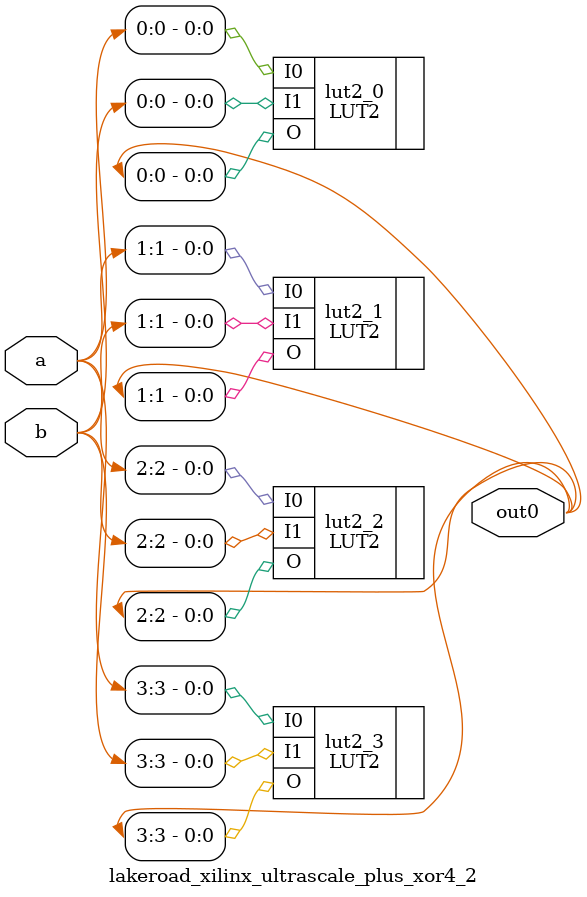
<source format=v>
/* Generated by Yosys 0.15+50 (git sha1 6318db615, x86_64-apple-darwin20.2-clang 10.0.0-4ubuntu1 -fPIC -Os) */

module lakeroad_xilinx_ultrascale_plus_xor4_2(a, b, out0);
  input [3:0] a;
  wire [3:0] a;
  input [3:0] b;
  wire [3:0] b;
  output [3:0] out0;
  wire [3:0] out0;
  LUT2 #(
    .INIT(4'h6)
  ) lut2_0 (
    .I0(a[0]),
    .I1(b[0]),
    .O(out0[0])
  );
  LUT2 #(
    .INIT(4'h6)
  ) lut2_1 (
    .I0(a[1]),
    .I1(b[1]),
    .O(out0[1])
  );
  LUT2 #(
    .INIT(4'h6)
  ) lut2_2 (
    .I0(a[2]),
    .I1(b[2]),
    .O(out0[2])
  );
  LUT2 #(
    .INIT(4'h6)
  ) lut2_3 (
    .I0(a[3]),
    .I1(b[3]),
    .O(out0[3])
  );
endmodule


</source>
